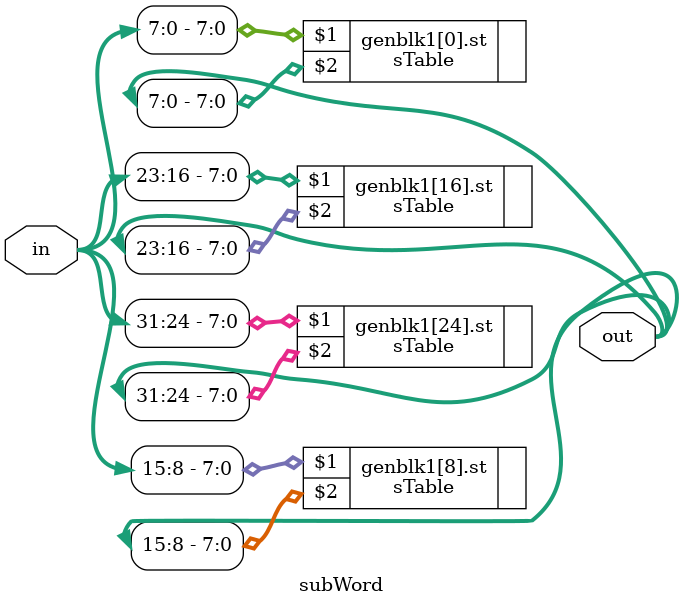
<source format=v>
`timescale 1ns / 1ps

module subWord(
    input [31:0] in,
    output [31:0] out
    );
    
    genvar i;
    generate
        for (i = 0; i < 32; i = i+8) begin
            sTable st(in[i +: 8], out[i +: 8]);
        end
    endgenerate
    
endmodule

</source>
